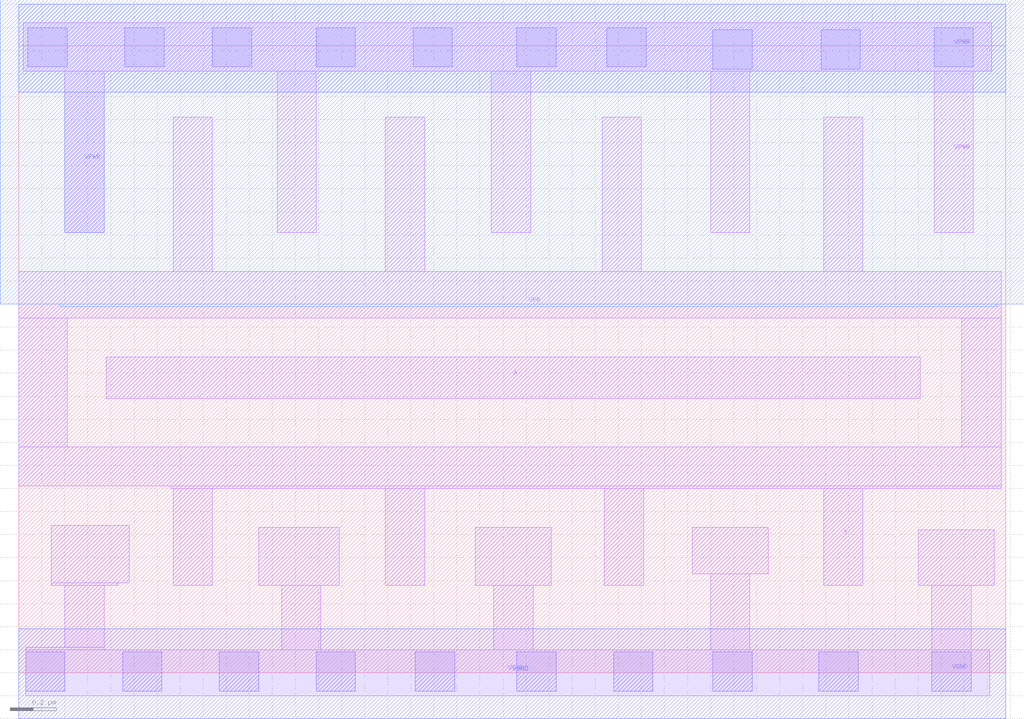
<source format=lef>
VERSION 5.7 ;
  NOWIREEXTENSIONATPIN ON ;
  DIVIDERCHAR "/" ;
  BUSBITCHARS "[]" ;
MACRO sky130_vsdinv_8x
  CLASS CORE ;
  FOREIGN sky130_vsdinv_8x ;
  ORIGIN 0.000 0.000 ;
  SIZE 4.280 BY 2.720 ;
  SYMMETRY X Y R90 ;
  SITE unithd ;
  PIN A
    DIRECTION INPUT ;
    USE SIGNAL ;
    ANTENNAGATEAREA 1.296000 ;
    PORT
      LAYER li1 ;
        RECT 0.380 1.190 3.910 1.370 ;
    END
  END A
  PIN Y
    DIRECTION OUTPUT ;
    USE SIGNAL ;
    ANTENNADIFFAREA 1.339200 ;
    PORT
      LAYER li1 ;
        RECT 0.670 1.740 0.840 2.410 ;
        RECT 1.590 1.740 1.760 2.410 ;
        RECT 2.530 1.740 2.700 2.410 ;
        RECT 3.490 1.740 3.660 2.410 ;
        RECT 0.000 1.540 4.260 1.740 ;
        RECT 0.000 0.980 0.210 1.540 ;
        RECT 4.090 0.980 4.260 1.540 ;
        RECT 0.000 0.810 4.260 0.980 ;
        RECT 0.660 0.800 4.260 0.810 ;
        RECT 0.670 0.380 0.840 0.800 ;
        RECT 1.590 0.380 1.760 0.800 ;
        RECT 2.540 0.380 2.710 0.800 ;
        RECT 3.490 0.380 3.660 0.800 ;
    END
  END Y
  PIN VPWR
    DIRECTION INOUT ;
    USE POWER ;
    PORT
      LAYER li1 ;
        RECT 0.020 2.610 4.220 2.820 ;
        RECT 0.200 1.910 0.370 2.610 ;
        RECT 1.120 1.910 1.290 2.610 ;
        RECT 2.050 1.910 2.220 2.610 ;
        RECT 3.000 1.910 3.170 2.610 ;
        RECT 3.970 1.910 4.140 2.610 ;
      LAYER mcon ;
        RECT 0.040 2.630 0.210 2.800 ;
        RECT 0.460 2.630 0.630 2.800 ;
        RECT 0.840 2.630 1.010 2.800 ;
        RECT 1.290 2.630 1.460 2.800 ;
        RECT 1.710 2.630 1.880 2.800 ;
        RECT 2.160 2.630 2.330 2.800 ;
        RECT 2.550 2.630 2.720 2.800 ;
        RECT 3.010 2.620 3.180 2.790 ;
        RECT 3.480 2.620 3.650 2.790 ;
        RECT 3.970 2.630 4.140 2.800 ;
      LAYER met1 ;
        RECT 0.000 2.520 4.280 2.900 ;
        RECT 0.200 1.910 0.370 2.520 ;
    END
  END VPWR
  PIN VGND
    DIRECTION INOUT ;
    USE GROUND ;
    PORT
      LAYER li1 ;
        RECT 0.140 0.390 0.480 0.640 ;
        RECT 0.140 0.380 0.430 0.390 ;
        RECT 1.040 0.380 1.390 0.630 ;
        RECT 1.980 0.380 2.310 0.630 ;
        RECT 2.920 0.430 3.250 0.630 ;
        RECT 0.200 0.110 0.370 0.380 ;
        RECT 0.030 0.100 0.370 0.110 ;
        RECT 1.140 0.100 1.310 0.380 ;
        RECT 2.060 0.100 2.230 0.380 ;
        RECT 3.000 0.100 3.170 0.430 ;
        RECT 3.900 0.380 4.230 0.620 ;
        RECT 3.960 0.100 4.130 0.380 ;
        RECT 0.030 -0.100 4.210 0.100 ;
      LAYER mcon ;
        RECT 0.030 -0.080 0.200 0.090 ;
        RECT 0.450 -0.080 0.620 0.090 ;
        RECT 0.870 -0.080 1.040 0.090 ;
        RECT 1.290 -0.080 1.460 0.090 ;
        RECT 1.720 -0.080 1.890 0.090 ;
        RECT 2.160 -0.080 2.330 0.090 ;
        RECT 2.580 -0.080 2.750 0.090 ;
        RECT 3.010 -0.080 3.180 0.090 ;
        RECT 3.470 -0.080 3.640 0.090 ;
        RECT 3.960 -0.080 4.130 0.090 ;
      LAYER met1 ;
        RECT 0.000 -0.200 4.280 0.190 ;
    END
  END VGND
  PIN VPB
    DIRECTION INOUT ;
    USE POWER ;
    PORT
      LAYER nwell ;
        RECT -0.080 1.600 4.360 2.920 ;
        RECT 0.180 1.590 4.240 1.600 ;
    END
  END VPB
END sky130_vsdinv_8x
END LIBRARY


</source>
